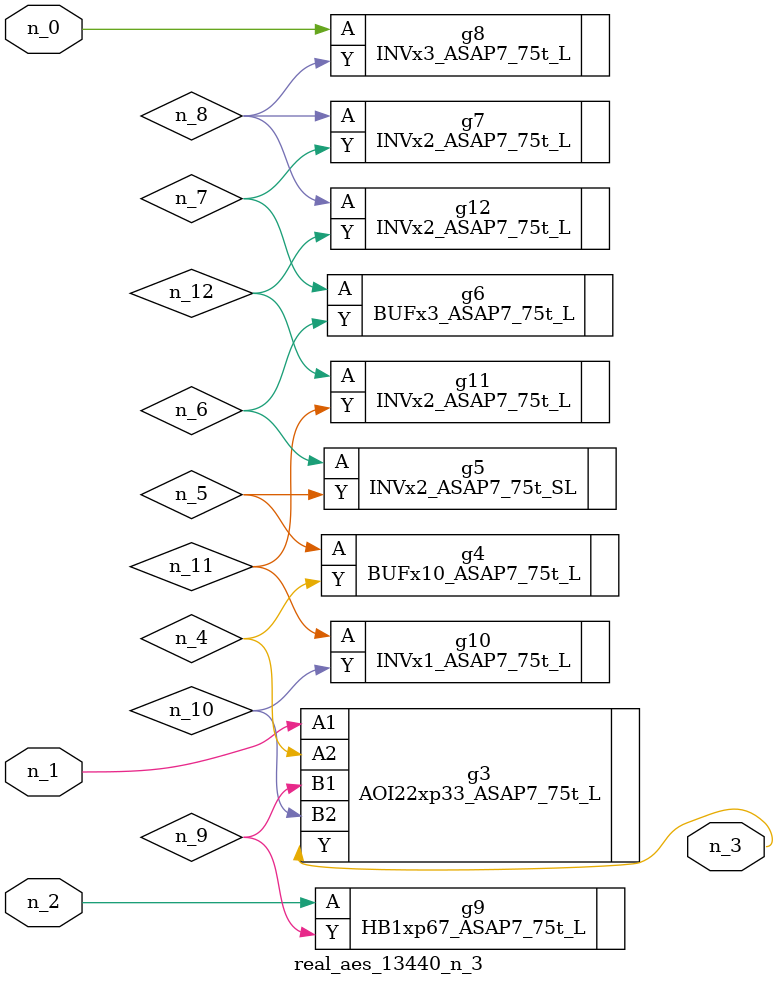
<source format=v>
module real_aes_13440_n_3 (n_0, n_2, n_1, n_3);
input n_0;
input n_2;
input n_1;
output n_3;
wire n_4;
wire n_5;
wire n_7;
wire n_9;
wire n_6;
wire n_8;
wire n_12;
wire n_10;
wire n_11;
INVx3_ASAP7_75t_L g8 ( .A(n_0), .Y(n_8) );
AOI22xp33_ASAP7_75t_L g3 ( .A1(n_1), .A2(n_4), .B1(n_9), .B2(n_10), .Y(n_3) );
HB1xp67_ASAP7_75t_L g9 ( .A(n_2), .Y(n_9) );
BUFx10_ASAP7_75t_L g4 ( .A(n_5), .Y(n_4) );
INVx2_ASAP7_75t_SL g5 ( .A(n_6), .Y(n_5) );
BUFx3_ASAP7_75t_L g6 ( .A(n_7), .Y(n_6) );
INVx2_ASAP7_75t_L g7 ( .A(n_8), .Y(n_7) );
INVx2_ASAP7_75t_L g12 ( .A(n_8), .Y(n_12) );
INVx1_ASAP7_75t_L g10 ( .A(n_11), .Y(n_10) );
INVx2_ASAP7_75t_L g11 ( .A(n_12), .Y(n_11) );
endmodule
</source>
